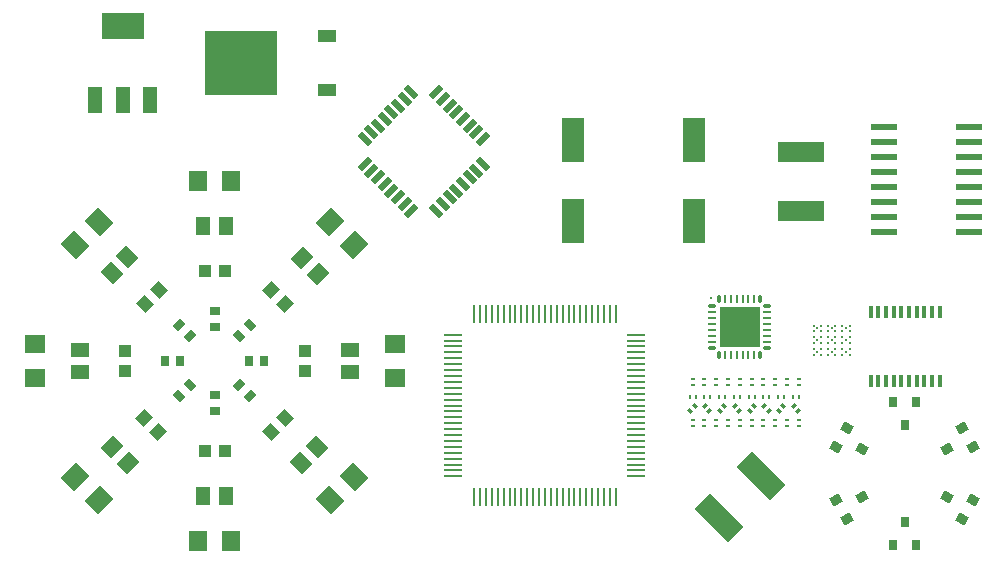
<source format=gbr>
%TF.GenerationSoftware,KiCad,Pcbnew,6.0.11-2627ca5db0~126~ubuntu20.04.1*%
%TF.CreationDate,2023-07-21T22:08:40+02:00*%
%TF.ProjectId,Demo Board v2,44656d6f-2042-46f6-9172-642076322e6b,rev?*%
%TF.SameCoordinates,Original*%
%TF.FileFunction,Paste,Top*%
%TF.FilePolarity,Positive*%
%FSLAX46Y46*%
G04 Gerber Fmt 4.6, Leading zero omitted, Abs format (unit mm)*
G04 Created by KiCad (PCBNEW 6.0.11-2627ca5db0~126~ubuntu20.04.1) date 2023-07-21 22:08:40*
%MOMM*%
%LPD*%
G01*
G04 APERTURE LIST*
G04 Aperture macros list*
%AMRoundRect*
0 Rectangle with rounded corners*
0 $1 Rounding radius*
0 $2 $3 $4 $5 $6 $7 $8 $9 X,Y pos of 4 corners*
0 Add a 4 corners polygon primitive as box body*
4,1,4,$2,$3,$4,$5,$6,$7,$8,$9,$2,$3,0*
0 Add four circle primitives for the rounded corners*
1,1,$1+$1,$2,$3*
1,1,$1+$1,$4,$5*
1,1,$1+$1,$6,$7*
1,1,$1+$1,$8,$9*
0 Add four rect primitives between the rounded corners*
20,1,$1+$1,$2,$3,$4,$5,0*
20,1,$1+$1,$4,$5,$6,$7,0*
20,1,$1+$1,$6,$7,$8,$9,0*
20,1,$1+$1,$8,$9,$2,$3,0*%
%AMRotRect*
0 Rectangle, with rotation*
0 The origin of the aperture is its center*
0 $1 length*
0 $2 width*
0 $3 Rotation angle, in degrees counterclockwise*
0 Add horizontal line*
21,1,$1,$2,0,0,$3*%
G04 Aperture macros list end*
%ADD10C,0.250000*%
%ADD11RotRect,0.280000X0.430000X135.000000*%
%ADD12R,1.300000X1.500000*%
%ADD13RotRect,1.000000X1.100000X45.000000*%
%ADD14R,1.600000X1.803000*%
%ADD15R,0.280000X0.430000*%
%ADD16RotRect,1.300000X1.500000X135.000000*%
%ADD17R,0.430000X0.280000*%
%ADD18R,0.270000X1.500000*%
%ADD19R,1.500000X0.270000*%
%ADD20RotRect,1.000000X1.100000X225.000000*%
%ADD21RotRect,0.800000X0.900000X120.000000*%
%ADD22RoundRect,0.070000X-0.280000X-0.070000X0.280000X-0.070000X0.280000X0.070000X-0.280000X0.070000X0*%
%ADD23R,0.700000X0.280000*%
%ADD24RoundRect,0.070000X-0.070000X-0.280000X0.070000X-0.280000X0.070000X0.280000X-0.070000X0.280000X0*%
%ADD25R,0.280000X0.700000*%
%ADD26R,3.500000X3.500000*%
%ADD27R,0.250000X0.250000*%
%ADD28R,1.905000X3.810000*%
%ADD29RotRect,0.280000X0.430000X45.000000*%
%ADD30RotRect,1.600000X1.803000X315.000000*%
%ADD31R,0.700000X0.900000*%
%ADD32RotRect,0.700000X0.900000X135.000000*%
%ADD33R,0.900000X0.700000*%
%ADD34RotRect,1.300000X1.500000X225.000000*%
%ADD35R,1.100000X1.000000*%
%ADD36RotRect,0.800000X0.900000X60.000000*%
%ADD37R,0.800000X0.900000*%
%ADD38R,1.000000X1.100000*%
%ADD39RotRect,0.700000X0.900000X45.000000*%
%ADD40R,0.304800X0.990600*%
%ADD41RotRect,1.000000X1.100000X315.000000*%
%ADD42R,4.000000X1.800000*%
%ADD43RotRect,1.600000X1.803000X45.000000*%
%ADD44R,1.500000X1.300000*%
%ADD45RotRect,0.800000X0.900000X300.000000*%
%ADD46RotRect,0.800000X0.900000X240.000000*%
%ADD47R,1.219200X2.235200*%
%ADD48R,3.600000X2.200000*%
%ADD49RotRect,1.000000X1.100000X135.000000*%
%ADD50R,1.600000X1.000000*%
%ADD51R,6.200000X5.400000*%
%ADD52RotRect,1.300000X1.500000X45.000000*%
%ADD53RotRect,1.300000X1.500000X315.000000*%
%ADD54RotRect,1.270000X0.558800X45.000000*%
%ADD55RotRect,0.558800X1.270000X45.000000*%
%ADD56R,1.803000X1.600000*%
%ADD57RotRect,1.600000X1.803000X225.000000*%
%ADD58RotRect,1.800000X4.000000X45.000000*%
%ADD59RotRect,1.600000X1.803000X135.000000*%
%ADD60R,2.200000X0.600000*%
G04 APERTURE END LIST*
D10*
%TO.C,TLI493d*%
X172542000Y-112100000D03*
X172542000Y-111642000D03*
X172871000Y-111871000D03*
X173200000Y-112100000D03*
X173200000Y-111642000D03*
%TD*%
%TO.C,TLI493d*%
X172542000Y-111100000D03*
X172542000Y-110642000D03*
X172871000Y-110871000D03*
X173200000Y-111100000D03*
X173200000Y-110642000D03*
%TD*%
%TO.C,TLI493d*%
X172542000Y-110100000D03*
X172542000Y-109642000D03*
X172871000Y-109871000D03*
X173200000Y-110100000D03*
X173200000Y-109642000D03*
%TD*%
%TO.C,TLI493d*%
X174942000Y-112100000D03*
X174942000Y-111642000D03*
X175271000Y-111871000D03*
X175600000Y-112100000D03*
X175600000Y-111642000D03*
%TD*%
%TO.C,TLI493d*%
X173742000Y-112100000D03*
X173742000Y-111642000D03*
X174071000Y-111871000D03*
X174400000Y-112100000D03*
X174400000Y-111642000D03*
%TD*%
%TO.C,TLI493d*%
X174942000Y-111100000D03*
X174942000Y-110642000D03*
X175271000Y-110871000D03*
X175600000Y-111100000D03*
X175600000Y-110642000D03*
%TD*%
%TO.C,TLI493d*%
X174942000Y-110100000D03*
X174942000Y-109642000D03*
X175271000Y-109871000D03*
X175600000Y-110100000D03*
X175600000Y-109642000D03*
%TD*%
%TO.C,TLI493d*%
X173742000Y-110100000D03*
X173742000Y-109642000D03*
X174071000Y-109871000D03*
X174400000Y-110100000D03*
X174400000Y-109642000D03*
%TD*%
%TO.C,TLI493d*%
X173742000Y-111100000D03*
X173742000Y-110642000D03*
X174071000Y-110871000D03*
X174400000Y-111100000D03*
X174400000Y-110642000D03*
%TD*%
D11*
%TO.C,E$26*%
X171231412Y-116833912D03*
X170870788Y-116473288D03*
%TD*%
D12*
%TO.C,R0805-1*%
X122781100Y-101193600D03*
X120881100Y-101193600D03*
%TD*%
D13*
%TO.C,R0603-8*%
X115896059Y-107827141D03*
X117098141Y-106625059D03*
%TD*%
D14*
%TO.C,R1206-5*%
X123253100Y-127863600D03*
X120409100Y-127863600D03*
%TD*%
D15*
%TO.C,E$12*%
X163806100Y-115653600D03*
X163296100Y-115653600D03*
%TD*%
D16*
%TO.C,R0805-6*%
X114510879Y-121287326D03*
X113167377Y-119943824D03*
%TD*%
D17*
%TO.C,E$8*%
X169301100Y-114658600D03*
X169301100Y-114148600D03*
%TD*%
D18*
%TO.C,TQFP-100*%
X155801100Y-108653600D03*
X155301100Y-108653600D03*
X154801100Y-108653600D03*
X154301100Y-108653600D03*
X153801100Y-108653600D03*
X153301100Y-108653600D03*
X152801100Y-108653600D03*
X152301100Y-108653600D03*
X151801100Y-108653600D03*
X151301100Y-108653600D03*
X150801100Y-108653600D03*
X150301100Y-108653600D03*
X149801100Y-108653600D03*
X149301100Y-108653600D03*
X148801100Y-108653600D03*
X148301100Y-108653600D03*
X147801100Y-108653600D03*
X147301100Y-108653600D03*
X146801100Y-108653600D03*
X146301100Y-108653600D03*
X145801100Y-108653600D03*
X145301100Y-108653600D03*
X144801100Y-108653600D03*
X144301100Y-108653600D03*
X143801100Y-108653600D03*
D19*
X142051100Y-110403600D03*
X142051100Y-110903600D03*
X142051100Y-111403600D03*
X142051100Y-111903600D03*
X142051100Y-112403600D03*
X142051100Y-112903600D03*
X142051100Y-113403600D03*
X142051100Y-113903600D03*
X142051100Y-114403600D03*
X142051100Y-114903600D03*
X142051100Y-115403600D03*
X142051100Y-115903600D03*
X142051100Y-116403600D03*
X142051100Y-116903600D03*
X142051100Y-117403600D03*
X142051100Y-117903600D03*
X142051100Y-118403600D03*
X142051100Y-118903600D03*
X142051100Y-119403600D03*
X142051100Y-119903600D03*
X142051100Y-120403600D03*
X142051100Y-120903600D03*
X142051100Y-121403600D03*
X142051100Y-121903600D03*
X142051100Y-122403600D03*
D18*
X143801100Y-124153600D03*
X144301100Y-124153600D03*
X144801100Y-124153600D03*
X145301100Y-124153600D03*
X145801100Y-124153600D03*
X146301100Y-124153600D03*
X146801100Y-124153600D03*
X147301100Y-124153600D03*
X147801100Y-124153600D03*
X148301100Y-124153600D03*
X148801100Y-124153600D03*
X149301100Y-124153600D03*
X149801100Y-124153600D03*
X150301100Y-124153600D03*
X150801100Y-124153600D03*
X151301100Y-124153600D03*
X151801100Y-124153600D03*
X152301100Y-124153600D03*
X152801100Y-124153600D03*
X153301100Y-124153600D03*
X153801100Y-124153600D03*
X154301100Y-124153600D03*
X154801100Y-124153600D03*
X155301100Y-124153600D03*
X155801100Y-124153600D03*
D19*
X157551100Y-122403600D03*
X157551100Y-121903600D03*
X157551100Y-121403600D03*
X157551100Y-120903600D03*
X157551100Y-120403600D03*
X157551100Y-119903600D03*
X157551100Y-119403600D03*
X157551100Y-118903600D03*
X157551100Y-118403600D03*
X157551100Y-117903600D03*
X157551100Y-117403600D03*
X157551100Y-116903600D03*
X157551100Y-116403600D03*
X157551100Y-115903600D03*
X157551100Y-115403600D03*
X157551100Y-114903600D03*
X157551100Y-114403600D03*
X157551100Y-113903600D03*
X157551100Y-113403600D03*
X157551100Y-112903600D03*
X157551100Y-112403600D03*
X157551100Y-111903600D03*
X157551100Y-111403600D03*
X157551100Y-110903600D03*
X157551100Y-110403600D03*
%TD*%
D15*
%TO.C,E$15*%
X167556100Y-115653600D03*
X167046100Y-115653600D03*
%TD*%
D20*
%TO.C,R0603-4*%
X127829641Y-117420059D03*
X126627559Y-118622141D03*
%TD*%
D21*
%TO.C,SOT-23-2*%
X186037125Y-119931324D03*
X185087125Y-118285876D03*
X183830075Y-120108600D03*
%TD*%
D17*
%TO.C,E$33*%
X168301100Y-118158600D03*
X168301100Y-117648600D03*
%TD*%
D22*
%TO.C,QFN-32*%
X163931100Y-108003600D03*
D23*
X163931100Y-108503600D03*
X163931100Y-109003600D03*
X163931100Y-109503600D03*
X163931100Y-110003600D03*
X163931100Y-110503600D03*
X163931100Y-111003600D03*
D22*
X163931100Y-111503600D03*
D24*
X164531100Y-112103600D03*
D25*
X165031100Y-112103600D03*
X165531100Y-112103600D03*
X166031100Y-112103600D03*
X166531100Y-112103600D03*
X167031100Y-112103600D03*
X167531100Y-112103600D03*
D24*
X168031100Y-112103600D03*
D22*
X168631100Y-111503600D03*
D23*
X168631100Y-111003600D03*
X168631100Y-110503600D03*
X168631100Y-110003600D03*
X168631100Y-109503600D03*
X168631100Y-109003600D03*
X168631100Y-108503600D03*
D22*
X168631100Y-108003600D03*
D24*
X168031100Y-107403600D03*
D25*
X167531100Y-107403600D03*
X167031100Y-107403600D03*
X166531100Y-107403600D03*
X166031100Y-107403600D03*
X165531100Y-107403600D03*
X165031100Y-107403600D03*
D24*
X164531100Y-107403600D03*
D26*
X166281100Y-109753600D03*
D27*
X163866100Y-107338600D03*
%TD*%
D28*
%TO.C,C2*%
X162449100Y-100812600D03*
X162449100Y-93954600D03*
%TD*%
D29*
%TO.C,E$25*%
X169620788Y-116833912D03*
X169981412Y-116473288D03*
%TD*%
D30*
%TO.C,R1206-6*%
X110030594Y-122413094D03*
X112041606Y-124424106D03*
%TD*%
D31*
%TO.C,R0402-7*%
X118925100Y-112623600D03*
X117625100Y-112623600D03*
%TD*%
D32*
%TO.C,R0402-4*%
X124830719Y-115623219D03*
X123911481Y-114703981D03*
%TD*%
D17*
%TO.C,E$30*%
X165301100Y-118158600D03*
X165301100Y-117648600D03*
%TD*%
D15*
%TO.C,E$13*%
X165056100Y-115653600D03*
X164546100Y-115653600D03*
%TD*%
D17*
%TO.C,E$29*%
X164301100Y-118158600D03*
X164301100Y-117648600D03*
%TD*%
%TO.C,E$5*%
X166301100Y-114658600D03*
X166301100Y-114148600D03*
%TD*%
D33*
%TO.C,R0402-1*%
X121831100Y-108417600D03*
X121831100Y-109717600D03*
%TD*%
D34*
%TO.C,R0805-4*%
X130494826Y-119943821D03*
X129151324Y-121287323D03*
%TD*%
D31*
%TO.C,R0402-3*%
X124737100Y-112623600D03*
X126037100Y-112623600D03*
%TD*%
D35*
%TO.C,R0603-3*%
X129451100Y-111773600D03*
X129451100Y-113473600D03*
%TD*%
D36*
%TO.C,SOT-23-3*%
X185087125Y-126011324D03*
X186037125Y-124365876D03*
X183830075Y-124188600D03*
%TD*%
D12*
%TO.C,R0805-5*%
X120881100Y-124053600D03*
X122781100Y-124053600D03*
%TD*%
D17*
%TO.C,E$4*%
X165301100Y-114658600D03*
X165301100Y-114148600D03*
%TD*%
D29*
%TO.C,E$23*%
X167120788Y-116833912D03*
X167481412Y-116473288D03*
%TD*%
D37*
%TO.C,SOT-23-4*%
X179301100Y-128228600D03*
X181201100Y-128228600D03*
X180251100Y-126228600D03*
%TD*%
D35*
%TO.C,R0603-7*%
X114211100Y-111773600D03*
X114211100Y-113473600D03*
%TD*%
D14*
%TO.C,R1206-1*%
X120409100Y-97383600D03*
X123253100Y-97383600D03*
%TD*%
D38*
%TO.C,R0603-5*%
X122681100Y-120243600D03*
X120981100Y-120243600D03*
%TD*%
D39*
%TO.C,R0402-6*%
X118831481Y-115623219D03*
X119750719Y-114703981D03*
%TD*%
D40*
%TO.C,TSSOP-20*%
X177376100Y-114321400D03*
X178026100Y-114321400D03*
X178676100Y-114321400D03*
X179326100Y-114321400D03*
X179976100Y-114321400D03*
X180626100Y-114321400D03*
X181276100Y-114321400D03*
X181926100Y-114321400D03*
X182576100Y-114321400D03*
X183226100Y-114321400D03*
X183226100Y-108485800D03*
X182576100Y-108485800D03*
X181926100Y-108485800D03*
X181276100Y-108485800D03*
X180626100Y-108485800D03*
X179976100Y-108485800D03*
X179326100Y-108485800D03*
X178676100Y-108485800D03*
X178026100Y-108485800D03*
X177376100Y-108485800D03*
%TD*%
D41*
%TO.C,R0603-6*%
X115832559Y-117420059D03*
X117034641Y-118622141D03*
%TD*%
D17*
%TO.C,E$28*%
X163301100Y-118158600D03*
X163301100Y-117648600D03*
%TD*%
%TO.C,E$34*%
X169301100Y-118158600D03*
X169301100Y-117648600D03*
%TD*%
D15*
%TO.C,E11*%
X162556100Y-115653600D03*
X162046100Y-115653600D03*
%TD*%
D42*
%TO.C,L2*%
X171501100Y-94903600D03*
X171501100Y-99903600D03*
%TD*%
D17*
%TO.C,E$7*%
X168301100Y-114658600D03*
X168301100Y-114148600D03*
%TD*%
D39*
%TO.C,R0402-2*%
X123911481Y-110543219D03*
X124830719Y-109623981D03*
%TD*%
D43*
%TO.C,R1206-8*%
X110030594Y-102834106D03*
X112041606Y-100823094D03*
%TD*%
D44*
%TO.C,R0805-3*%
X133261100Y-111673600D03*
X133261100Y-113573600D03*
%TD*%
D17*
%TO.C,E$3*%
X164301100Y-114658600D03*
X164301100Y-114148600D03*
%TD*%
D45*
%TO.C,SOT-23-5*%
X174465075Y-124365876D03*
X175415075Y-126011324D03*
X176672125Y-124188600D03*
%TD*%
D37*
%TO.C,SOT-23-1*%
X181201100Y-116068600D03*
X179301100Y-116068600D03*
X180251100Y-118068600D03*
%TD*%
D17*
%TO.C,E$31*%
X166301100Y-118158600D03*
X166301100Y-117648600D03*
%TD*%
D46*
%TO.C,SOT-23-6*%
X175415075Y-118285876D03*
X174465075Y-119931324D03*
X176672125Y-120108600D03*
%TD*%
D38*
%TO.C,R0603-1*%
X122681100Y-105003600D03*
X120981100Y-105003600D03*
%TD*%
D28*
%TO.C,C1*%
X152163600Y-93954600D03*
X152163600Y-100812600D03*
%TD*%
D47*
%TO.C,SOT-223-1*%
X111739700Y-90502400D03*
X114051100Y-90502400D03*
X116362500Y-90502400D03*
D48*
X114051100Y-84304600D03*
%TD*%
D44*
%TO.C,R0805-7*%
X110401100Y-113573600D03*
X110401100Y-111673600D03*
%TD*%
D11*
%TO.C,E$20*%
X163731412Y-116833912D03*
X163370788Y-116473288D03*
%TD*%
D29*
%TO.C,E$21*%
X164620788Y-116833912D03*
X164981412Y-116473288D03*
%TD*%
D49*
%TO.C,R0603-2*%
X127829641Y-107827141D03*
X126627559Y-106625059D03*
%TD*%
D17*
%TO.C,E$2*%
X163301100Y-114658600D03*
X163301100Y-114148600D03*
%TD*%
D11*
%TO.C,E$22*%
X166231412Y-116833912D03*
X165870788Y-116473288D03*
%TD*%
D29*
%TO.C,E$19*%
X162120788Y-116833912D03*
X162481412Y-116473288D03*
%TD*%
D32*
%TO.C,R0402-8*%
X119750719Y-110543219D03*
X118831481Y-109623981D03*
%TD*%
D50*
%TO.C,SOT-252-1*%
X131351100Y-89683600D03*
X131351100Y-85123600D03*
D51*
X124051100Y-87403600D03*
%TD*%
D15*
%TO.C,E$14*%
X166306100Y-115653600D03*
X165796100Y-115653600D03*
%TD*%
D17*
%TO.C,E$6*%
X167301100Y-114658600D03*
X167301100Y-114148600D03*
%TD*%
D52*
%TO.C,R0805-8*%
X113103874Y-105176380D03*
X114447376Y-103832878D03*
%TD*%
D53*
%TO.C,R0805-2*%
X129214820Y-103896374D03*
X130558322Y-105239876D03*
%TD*%
D15*
%TO.C,E$16*%
X168806100Y-115653600D03*
X168296100Y-115653600D03*
%TD*%
D54*
%TO.C,TQFP-32-1*%
X134535874Y-95959028D03*
X135101560Y-96524713D03*
X135667245Y-97090398D03*
X136232931Y-97656084D03*
X136798616Y-98221769D03*
X137364302Y-98787455D03*
X137929987Y-99353140D03*
X138495672Y-99918826D03*
D55*
X140606528Y-99918826D03*
X141172213Y-99353140D03*
X141737898Y-98787455D03*
X142303584Y-98221769D03*
X142869269Y-97656084D03*
X143434955Y-97090398D03*
X144000640Y-96524713D03*
X144566326Y-95959028D03*
D54*
X144566326Y-93848172D03*
X144000640Y-93282487D03*
X143434955Y-92716802D03*
X142869269Y-92151116D03*
X142303584Y-91585431D03*
X141737898Y-91019745D03*
X141172213Y-90454060D03*
X140606528Y-89888374D03*
D55*
X138495672Y-89888374D03*
X137929987Y-90454060D03*
X137364302Y-91019745D03*
X136798616Y-91585431D03*
X136232931Y-92151116D03*
X135667245Y-92716802D03*
X135101560Y-93282487D03*
X134535874Y-93848172D03*
%TD*%
D17*
%TO.C,E1*%
X162301100Y-114658600D03*
X162301100Y-114148600D03*
%TD*%
D11*
%TO.C,E$24*%
X168731412Y-116833912D03*
X168370788Y-116473288D03*
%TD*%
D17*
%TO.C,E27*%
X162301100Y-118158600D03*
X162301100Y-117648600D03*
%TD*%
D56*
%TO.C,R1206-3*%
X137071100Y-114045600D03*
X137071100Y-111201600D03*
%TD*%
%TO.C,R1206-7*%
X106591100Y-111201600D03*
X106591100Y-114045600D03*
%TD*%
D57*
%TO.C,R1206-4*%
X133631606Y-122413094D03*
X131620594Y-124424106D03*
%TD*%
D58*
%TO.C,L1*%
X164533333Y-125921367D03*
X168068867Y-122385833D03*
%TD*%
D17*
%TO.C,E36*%
X171301100Y-118158600D03*
X171301100Y-117648600D03*
%TD*%
%TO.C,E10*%
X171301100Y-114658600D03*
X171301100Y-114148600D03*
%TD*%
D15*
%TO.C,E18*%
X171306100Y-115653600D03*
X170796100Y-115653600D03*
%TD*%
%TO.C,E$17*%
X170056100Y-115653600D03*
X169546100Y-115653600D03*
%TD*%
D33*
%TO.C,R0402-5*%
X121831100Y-116829600D03*
X121831100Y-115529600D03*
%TD*%
D59*
%TO.C,R1206-2*%
X133631606Y-102834106D03*
X131620594Y-100823094D03*
%TD*%
D17*
%TO.C,E$9*%
X170301100Y-114658600D03*
X170301100Y-114148600D03*
%TD*%
D60*
%TO.C,SOP-16-1*%
X185701100Y-101698600D03*
X185701100Y-100428600D03*
X185701100Y-99158600D03*
X185701100Y-97888600D03*
X185701100Y-96618600D03*
X185701100Y-95348600D03*
X185701100Y-94078600D03*
X185701100Y-92808600D03*
X178501100Y-92808600D03*
X178501100Y-94078600D03*
X178501100Y-95348600D03*
X178501100Y-96618600D03*
X178501100Y-97888600D03*
X178501100Y-99158600D03*
X178501100Y-100428600D03*
X178501100Y-101698600D03*
%TD*%
D17*
%TO.C,E$35*%
X170301100Y-118158600D03*
X170301100Y-117648600D03*
%TD*%
%TO.C,E$32*%
X167301100Y-118158600D03*
X167301100Y-117648600D03*
%TD*%
M02*

</source>
